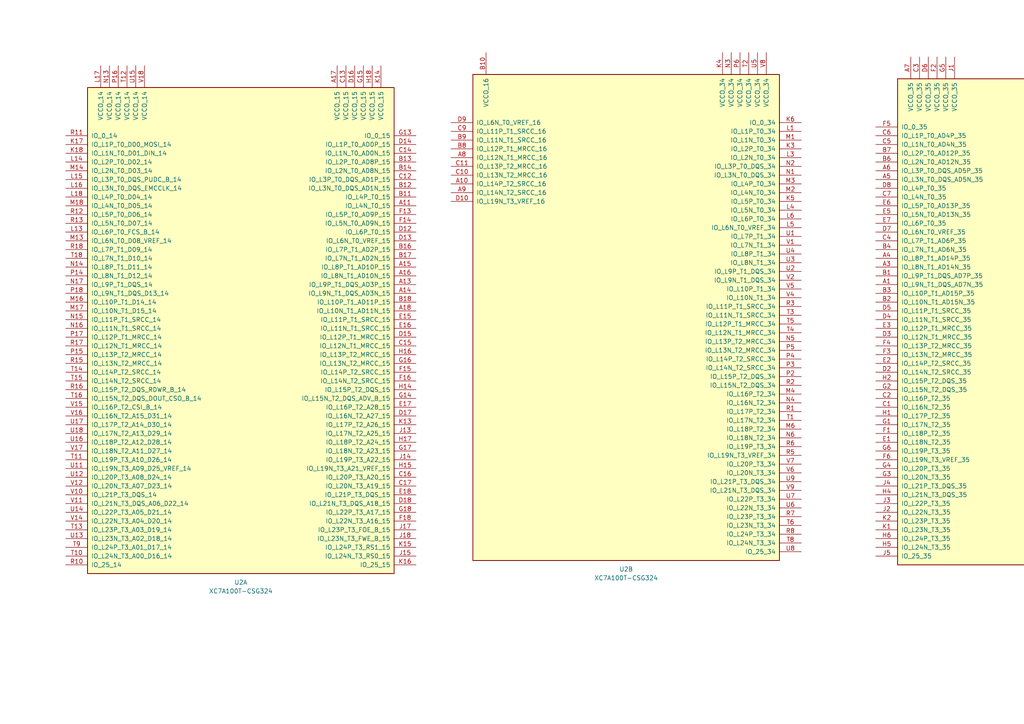
<source format=kicad_sch>
(kicad_sch (version 20231120) (generator "eeschema") (generator_version "8.0")
  (paper "A4")
  (lib_symbols
    (symbol "FPGA_Xilinx_Artix7:XC7A100T-CSG324" (pin_names (offset 1.016))
      (property "Reference" "U" (at 0 1.27 0))
      (property "Value" "XC7A100T-CSG324" (at 0 -1.27 0))
      (symbol "XC7A100T-CSG324_1_1"
        (rectangle (start -44.45 67.31) (end 44.45 -73.66) (stroke (width 0.254)) (fill (type background)))
        (pin bidirectional line (at 50.8 33.02 180) (length 6.35) (name "IO_L4N_T0_15") (number "A11"))
        (pin bidirectional line (at 50.8 10.16 180) (length 6.35) (name "IO_L9P_T1_DQS_AD3P_15") (number "A13"))
        (pin bidirectional line (at 50.8 7.62 180) (length 6.35) (name "IO_L9N_T1_DQS_AD3N_15") (number "A14"))
        (pin bidirectional line (at 50.8 15.24 180) (length 6.35) (name "IO_L8P_T1_AD10P_15") (number "A15"))
        (pin bidirectional line (at 50.8 12.7 180) (length 6.35) (name "IO_L8N_T1_AD10N_15") (number "A16"))
        (pin power_in line (at 27.94 73.66 270) (length 6.35) (name "VCCO_15") (number "A17"))
        (pin bidirectional line (at 50.8 2.54 180) (length 6.35) (name "IO_L10N_T1_AD11N_15") (number "A18"))
        (pin bidirectional line (at 50.8 35.56 180) (length 6.35) (name "IO_L4P_T0_15") (number "B11"))
        (pin bidirectional line (at 50.8 38.1 180) (length 6.35) (name "IO_L3N_T0_DQS_AD1N_15") (number "B12"))
        (pin bidirectional line (at 50.8 45.72 180) (length 6.35) (name "IO_L2P_T0_AD8P_15") (number "B13"))
        (pin bidirectional line (at 50.8 43.18 180) (length 6.35) (name "IO_L2N_T0_AD8N_15") (number "B14"))
        (pin bidirectional line (at 50.8 20.32 180) (length 6.35) (name "IO_L7P_T1_AD2P_15") (number "B16"))
        (pin bidirectional line (at 50.8 17.78 180) (length 6.35) (name "IO_L7N_T1_AD2N_15") (number "B17"))
        (pin bidirectional line (at 50.8 5.08 180) (length 6.35) (name "IO_L10P_T1_AD11P_15") (number "B18"))
        (pin bidirectional line (at 50.8 40.64 180) (length 6.35) (name "IO_L3P_T0_DQS_AD1P_15") (number "C12"))
        (pin power_in line (at 30.48 73.66 270) (length 6.35) (name "VCCO_15") (number "C13"))
        (pin bidirectional line (at 50.8 48.26 180) (length 6.35) (name "IO_L1N_T0_AD0N_15") (number "C14"))
        (pin bidirectional line (at 50.8 -7.62 180) (length 6.35) (name "IO_L12N_T1_MRCC_15") (number "C15"))
        (pin bidirectional line (at 50.8 -45.72 180) (length 6.35) (name "IO_L20P_T3_A20_15") (number "C16"))
        (pin bidirectional line (at 50.8 -48.26 180) (length 6.35) (name "IO_L20N_T3_A19_15") (number "C17"))
        (pin bidirectional line (at 50.8 25.4 180) (length 6.35) (name "IO_L6P_T0_15") (number "D12"))
        (pin bidirectional line (at 50.8 22.86 180) (length 6.35) (name "IO_L6N_T0_VREF_15") (number "D13"))
        (pin bidirectional line (at 50.8 50.8 180) (length 6.35) (name "IO_L1P_T0_AD0P_15") (number "D14"))
        (pin bidirectional line (at 50.8 -5.08 180) (length 6.35) (name "IO_L12P_T1_MRCC_15") (number "D15"))
        (pin power_in line (at 33.02 73.66 270) (length 6.35) (name "VCCO_15") (number "D16"))
        (pin bidirectional line (at 50.8 -27.94 180) (length 6.35) (name "IO_L16N_T2_A27_15") (number "D17"))
        (pin bidirectional line (at 50.8 -53.34 180) (length 6.35) (name "IO_L21N_T3_DQS_A18_15") (number "D18"))
        (pin bidirectional line (at 50.8 0 180) (length 6.35) (name "IO_L11P_T1_SRCC_15") (number "E15"))
        (pin bidirectional line (at 50.8 -2.54 180) (length 6.35) (name "IO_L11N_T1_SRCC_15") (number "E16"))
        (pin bidirectional line (at 50.8 -25.4 180) (length 6.35) (name "IO_L16P_T2_A28_15") (number "E17"))
        (pin bidirectional line (at 50.8 -50.8 180) (length 6.35) (name "IO_L21P_T3_DQS_15") (number "E18"))
        (pin bidirectional line (at 50.8 30.48 180) (length 6.35) (name "IO_L5P_T0_AD9P_15") (number "F13"))
        (pin bidirectional line (at 50.8 27.94 180) (length 6.35) (name "IO_L5N_T0_AD9N_15") (number "F14"))
        (pin bidirectional line (at 50.8 -15.24 180) (length 6.35) (name "IO_L14P_T2_SRCC_15") (number "F15"))
        (pin bidirectional line (at 50.8 -17.78 180) (length 6.35) (name "IO_L14N_T2_SRCC_15") (number "F16"))
        (pin bidirectional line (at 50.8 -58.42 180) (length 6.35) (name "IO_L22N_T3_A16_15") (number "F18"))
        (pin bidirectional line (at 50.8 53.34 180) (length 6.35) (name "IO_0_15") (number "G13"))
        (pin bidirectional line (at 50.8 -22.86 180) (length 6.35) (name "IO_L15N_T2_DQS_ADV_B_15") (number "G14"))
        (pin power_in line (at 35.56 73.66 270) (length 6.35) (name "VCCO_15") (number "G15"))
        (pin bidirectional line (at 50.8 -12.7 180) (length 6.35) (name "IO_L13N_T2_MRCC_15") (number "G16"))
        (pin bidirectional line (at 50.8 -38.1 180) (length 6.35) (name "IO_L18N_T2_A23_15") (number "G17"))
        (pin bidirectional line (at 50.8 -55.88 180) (length 6.35) (name "IO_L22P_T3_A17_15") (number "G18"))
        (pin bidirectional line (at 50.8 -20.32 180) (length 6.35) (name "IO_L15P_T2_DQS_15") (number "H14"))
        (pin bidirectional line (at 50.8 -43.18 180) (length 6.35) (name "IO_L19N_T3_A21_VREF_15") (number "H15"))
        (pin bidirectional line (at 50.8 -10.16 180) (length 6.35) (name "IO_L13P_T2_MRCC_15") (number "H16"))
        (pin bidirectional line (at 50.8 -35.56 180) (length 6.35) (name "IO_L18P_T2_A24_15") (number "H17"))
        (pin power_in line (at 38.1 73.66 270) (length 6.35) (name "VCCO_15") (number "H18"))
        (pin bidirectional line (at 50.8 -33.02 180) (length 6.35) (name "IO_L17N_T2_A25_15") (number "J13"))
        (pin bidirectional line (at 50.8 -40.64 180) (length 6.35) (name "IO_L19P_T3_A22_15") (number "J14"))
        (pin bidirectional line (at 50.8 -68.58 180) (length 6.35) (name "IO_L24N_T3_RS0_15") (number "J15"))
        (pin bidirectional line (at 50.8 -60.96 180) (length 6.35) (name "IO_L23P_T3_FOE_B_15") (number "J17"))
        (pin bidirectional line (at 50.8 -63.5 180) (length 6.35) (name "IO_L23N_T3_FWE_B_15") (number "J18"))
        (pin bidirectional line (at 50.8 -30.48 180) (length 6.35) (name "IO_L17P_T2_A26_15") (number "K13"))
        (pin power_in line (at 40.64 73.66 270) (length 6.35) (name "VCCO_15") (number "K14"))
        (pin bidirectional line (at 50.8 -66.04 180) (length 6.35) (name "IO_L24P_T3_RS1_15") (number "K15"))
        (pin bidirectional line (at 50.8 -71.12 180) (length 6.35) (name "IO_25_15") (number "K16"))
        (pin bidirectional line (at -50.8 50.8 0) (length 6.35) (name "IO_L1P_T0_D00_MOSI_14") (number "K17"))
        (pin bidirectional line (at -50.8 48.26 0) (length 6.35) (name "IO_L1N_T0_D01_DIN_14") (number "K18"))
        (pin bidirectional line (at -50.8 25.4 0) (length 6.35) (name "IO_L6P_T0_FCS_B_14") (number "L13"))
        (pin bidirectional line (at -50.8 45.72 0) (length 6.35) (name "IO_L2P_T0_D02_14") (number "L14"))
        (pin bidirectional line (at -50.8 40.64 0) (length 6.35) (name "IO_L3P_T0_DQS_PUDC_B_14") (number "L15"))
        (pin bidirectional line (at -50.8 38.1 0) (length 6.35) (name "IO_L3N_T0_DQS_EMCCLK_14") (number "L16"))
        (pin power_in line (at -40.64 73.66 270) (length 6.35) (name "VCCO_14") (number "L17"))
        (pin bidirectional line (at -50.8 35.56 0) (length 6.35) (name "IO_L4P_T0_D04_14") (number "L18"))
        (pin bidirectional line (at -50.8 22.86 0) (length 6.35) (name "IO_L6N_T0_D08_VREF_14") (number "M13"))
        (pin bidirectional line (at -50.8 43.18 0) (length 6.35) (name "IO_L2N_T0_D03_14") (number "M14"))
        (pin bidirectional line (at -50.8 5.08 0) (length 6.35) (name "IO_L10P_T1_D14_14") (number "M16"))
        (pin bidirectional line (at -50.8 2.54 0) (length 6.35) (name "IO_L10N_T1_D15_14") (number "M17"))
        (pin bidirectional line (at -50.8 33.02 0) (length 6.35) (name "IO_L4N_T0_D05_14") (number "M18"))
        (pin power_in line (at -38.1 73.66 270) (length 6.35) (name "VCCO_14") (number "N13"))
        (pin bidirectional line (at -50.8 15.24 0) (length 6.35) (name "IO_L8P_T1_D11_14") (number "N14"))
        (pin bidirectional line (at -50.8 0 0) (length 6.35) (name "IO_L11P_T1_SRCC_14") (number "N15"))
        (pin bidirectional line (at -50.8 -2.54 0) (length 6.35) (name "IO_L11N_T1_SRCC_14") (number "N16"))
        (pin bidirectional line (at -50.8 10.16 0) (length 6.35) (name "IO_L9P_T1_DQS_14") (number "N17"))
        (pin bidirectional line (at -50.8 12.7 0) (length 6.35) (name "IO_L8N_T1_D12_14") (number "P14"))
        (pin bidirectional line (at -50.8 -10.16 0) (length 6.35) (name "IO_L13P_T2_MRCC_14") (number "P15"))
        (pin power_in line (at -35.56 73.66 270) (length 6.35) (name "VCCO_14") (number "P16"))
        (pin bidirectional line (at -50.8 -5.08 0) (length 6.35) (name "IO_L12P_T1_MRCC_14") (number "P17"))
        (pin bidirectional line (at -50.8 7.62 0) (length 6.35) (name "IO_L9N_T1_DQS_D13_14") (number "P18"))
        (pin bidirectional line (at -50.8 -71.12 0) (length 6.35) (name "IO_25_14") (number "R10"))
        (pin bidirectional line (at -50.8 53.34 0) (length 6.35) (name "IO_0_14") (number "R11"))
        (pin bidirectional line (at -50.8 30.48 0) (length 6.35) (name "IO_L5P_T0_D06_14") (number "R12"))
        (pin bidirectional line (at -50.8 27.94 0) (length 6.35) (name "IO_L5N_T0_D07_14") (number "R13"))
        (pin bidirectional line (at -50.8 -12.7 0) (length 6.35) (name "IO_L13N_T2_MRCC_14") (number "R15"))
        (pin bidirectional line (at -50.8 -20.32 0) (length 6.35) (name "IO_L15P_T2_DQS_RDWR_B_14") (number "R16"))
        (pin bidirectional line (at -50.8 -7.62 0) (length 6.35) (name "IO_L12N_T1_MRCC_14") (number "R17"))
        (pin bidirectional line (at -50.8 20.32 0) (length 6.35) (name "IO_L7P_T1_D09_14") (number "R18"))
        (pin bidirectional line (at -50.8 -68.58 0) (length 6.35) (name "IO_L24N_T3_A00_D16_14") (number "T10"))
        (pin bidirectional line (at -50.8 -40.64 0) (length 6.35) (name "IO_L19P_T3_A10_D26_14") (number "T11"))
        (pin power_in line (at -33.02 73.66 270) (length 6.35) (name "VCCO_14") (number "T12"))
        (pin bidirectional line (at -50.8 -60.96 0) (length 6.35) (name "IO_L23P_T3_A03_D19_14") (number "T13"))
        (pin bidirectional line (at -50.8 -15.24 0) (length 6.35) (name "IO_L14P_T2_SRCC_14") (number "T14"))
        (pin bidirectional line (at -50.8 -17.78 0) (length 6.35) (name "IO_L14N_T2_SRCC_14") (number "T15"))
        (pin bidirectional line (at -50.8 -22.86 0) (length 6.35) (name "IO_L15N_T2_DQS_DOUT_CSO_B_14") (number "T16"))
        (pin bidirectional line (at -50.8 17.78 0) (length 6.35) (name "IO_L7N_T1_D10_14") (number "T18"))
        (pin bidirectional line (at -50.8 -66.04 0) (length 6.35) (name "IO_L24P_T3_A01_D17_14") (number "T9"))
        (pin bidirectional line (at -50.8 -43.18 0) (length 6.35) (name "IO_L19N_T3_A09_D25_VREF_14") (number "U11"))
        (pin bidirectional line (at -50.8 -45.72 0) (length 6.35) (name "IO_L20P_T3_A08_D24_14") (number "U12"))
        (pin bidirectional line (at -50.8 -63.5 0) (length 6.35) (name "IO_L23N_T3_A02_D18_14") (number "U13"))
        (pin bidirectional line (at -50.8 -55.88 0) (length 6.35) (name "IO_L22P_T3_A05_D21_14") (number "U14"))
        (pin power_in line (at -30.48 73.66 270) (length 6.35) (name "VCCO_14") (number "U15"))
        (pin bidirectional line (at -50.8 -35.56 0) (length 6.35) (name "IO_L18P_T2_A12_D28_14") (number "U16"))
        (pin bidirectional line (at -50.8 -30.48 0) (length 6.35) (name "IO_L17P_T2_A14_D30_14") (number "U17"))
        (pin bidirectional line (at -50.8 -33.02 0) (length 6.35) (name "IO_L17N_T2_A13_D29_14") (number "U18"))
        (pin bidirectional line (at -50.8 -50.8 0) (length 6.35) (name "IO_L21P_T3_DQS_14") (number "V10"))
        (pin bidirectional line (at -50.8 -53.34 0) (length 6.35) (name "IO_L21N_T3_DQS_A06_D22_14") (number "V11"))
        (pin bidirectional line (at -50.8 -48.26 0) (length 6.35) (name "IO_L20N_T3_A07_D23_14") (number "V12"))
        (pin bidirectional line (at -50.8 -58.42 0) (length 6.35) (name "IO_L22N_T3_A04_D20_14") (number "V14"))
        (pin bidirectional line (at -50.8 -25.4 0) (length 6.35) (name "IO_L16P_T2_CSI_B_14") (number "V15"))
        (pin bidirectional line (at -50.8 -27.94 0) (length 6.35) (name "IO_L16N_T2_A15_D31_14") (number "V16"))
        (pin bidirectional line (at -50.8 -38.1 0) (length 6.35) (name "IO_L18N_T2_A11_D27_14") (number "V17"))
        (pin power_in line (at -27.94 73.66 270) (length 6.35) (name "VCCO_14") (number "V18"))
      )
      (symbol "XC7A100T-CSG324_2_1"
        (rectangle (start -44.45 67.31) (end 44.45 -73.66) (stroke (width 0.254)) (fill (type background)))
        (pin bidirectional line (at -50.8 35.56 0) (length 6.35) (name "IO_L14P_T2_SRCC_16") (number "A10"))
        (pin bidirectional line (at -50.8 43.18 0) (length 6.35) (name "IO_L12N_T1_MRCC_16") (number "A8"))
        (pin bidirectional line (at -50.8 33.02 0) (length 6.35) (name "IO_L14N_T2_SRCC_16") (number "A9"))
        (pin power_in line (at -40.64 73.66 270) (length 6.35) (name "VCCO_16") (number "B10"))
        (pin bidirectional line (at -50.8 45.72 0) (length 6.35) (name "IO_L12P_T1_MRCC_16") (number "B8"))
        (pin bidirectional line (at -50.8 48.26 0) (length 6.35) (name "IO_L11N_T1_SRCC_16") (number "B9"))
        (pin bidirectional line (at -50.8 38.1 0) (length 6.35) (name "IO_L13N_T2_MRCC_16") (number "C10"))
        (pin bidirectional line (at -50.8 40.64 0) (length 6.35) (name "IO_L13P_T2_MRCC_16") (number "C11"))
        (pin bidirectional line (at -50.8 50.8 0) (length 6.35) (name "IO_L11P_T1_SRCC_16") (number "C9"))
        (pin bidirectional line (at -50.8 30.48 0) (length 6.35) (name "IO_L19N_T3_VREF_16") (number "D10"))
        (pin bidirectional line (at -50.8 53.34 0) (length 6.35) (name "IO_L6N_T0_VREF_16") (number "D9"))
        (pin bidirectional line (at 50.8 45.72 180) (length 6.35) (name "IO_L2P_T0_34") (number "K3"))
        (pin power_in line (at 27.94 73.66 270) (length 6.35) (name "VCCO_34") (number "K4"))
        (pin bidirectional line (at 50.8 30.48 180) (length 6.35) (name "IO_L5P_T0_34") (number "K5"))
        (pin bidirectional line (at 50.8 53.34 180) (length 6.35) (name "IO_0_34") (number "K6"))
        (pin bidirectional line (at 50.8 50.8 180) (length 6.35) (name "IO_L1P_T0_34") (number "L1"))
        (pin bidirectional line (at 50.8 43.18 180) (length 6.35) (name "IO_L2N_T0_34") (number "L3"))
        (pin bidirectional line (at 50.8 27.94 180) (length 6.35) (name "IO_L5N_T0_34") (number "L4"))
        (pin bidirectional line (at 50.8 22.86 180) (length 6.35) (name "IO_L6N_T0_VREF_34") (number "L5"))
        (pin bidirectional line (at 50.8 25.4 180) (length 6.35) (name "IO_L6P_T0_34") (number "L6"))
        (pin bidirectional line (at 50.8 48.26 180) (length 6.35) (name "IO_L1N_T0_34") (number "M1"))
        (pin bidirectional line (at 50.8 33.02 180) (length 6.35) (name "IO_L4N_T0_34") (number "M2"))
        (pin bidirectional line (at 50.8 35.56 180) (length 6.35) (name "IO_L4P_T0_34") (number "M3"))
        (pin bidirectional line (at 50.8 -25.4 180) (length 6.35) (name "IO_L16P_T2_34") (number "M4"))
        (pin bidirectional line (at 50.8 -35.56 180) (length 6.35) (name "IO_L18P_T2_34") (number "M6"))
        (pin bidirectional line (at 50.8 38.1 180) (length 6.35) (name "IO_L3N_T0_DQS_34") (number "N1"))
        (pin bidirectional line (at 50.8 40.64 180) (length 6.35) (name "IO_L3P_T0_DQS_34") (number "N2"))
        (pin power_in line (at 30.48 73.66 270) (length 6.35) (name "VCCO_34") (number "N3"))
        (pin bidirectional line (at 50.8 -27.94 180) (length 6.35) (name "IO_L16N_T2_34") (number "N4"))
        (pin bidirectional line (at 50.8 -10.16 180) (length 6.35) (name "IO_L13P_T2_MRCC_34") (number "N5"))
        (pin bidirectional line (at 50.8 -38.1 180) (length 6.35) (name "IO_L18N_T2_34") (number "N6"))
        (pin bidirectional line (at 50.8 -20.32 180) (length 6.35) (name "IO_L15P_T2_DQS_34") (number "P2"))
        (pin bidirectional line (at 50.8 -17.78 180) (length 6.35) (name "IO_L14N_T2_SRCC_34") (number "P3"))
        (pin bidirectional line (at 50.8 -15.24 180) (length 6.35) (name "IO_L14P_T2_SRCC_34") (number "P4"))
        (pin bidirectional line (at 50.8 -12.7 180) (length 6.35) (name "IO_L13N_T2_MRCC_34") (number "P5"))
        (pin power_in line (at 33.02 73.66 270) (length 6.35) (name "VCCO_34") (number "P6"))
        (pin bidirectional line (at 50.8 -30.48 180) (length 6.35) (name "IO_L17P_T2_34") (number "R1"))
        (pin bidirectional line (at 50.8 -22.86 180) (length 6.35) (name "IO_L15N_T2_DQS_34") (number "R2"))
        (pin bidirectional line (at 50.8 0 180) (length 6.35) (name "IO_L11P_T1_SRCC_34") (number "R3"))
        (pin bidirectional line (at 50.8 -43.18 180) (length 6.35) (name "IO_L19N_T3_VREF_34") (number "R5"))
        (pin bidirectional line (at 50.8 -40.64 180) (length 6.35) (name "IO_L19P_T3_34") (number "R6"))
        (pin bidirectional line (at 50.8 -60.96 180) (length 6.35) (name "IO_L23P_T3_34") (number "R7"))
        (pin bidirectional line (at 50.8 -66.04 180) (length 6.35) (name "IO_L24P_T3_34") (number "R8"))
        (pin bidirectional line (at 50.8 -33.02 180) (length 6.35) (name "IO_L17N_T2_34") (number "T1"))
        (pin power_in line (at 35.56 73.66 270) (length 6.35) (name "VCCO_34") (number "T2"))
        (pin bidirectional line (at 50.8 -2.54 180) (length 6.35) (name "IO_L11N_T1_SRCC_34") (number "T3"))
        (pin bidirectional line (at 50.8 -7.62 180) (length 6.35) (name "IO_L12N_T1_MRCC_34") (number "T4"))
        (pin bidirectional line (at 50.8 -5.08 180) (length 6.35) (name "IO_L12P_T1_MRCC_34") (number "T5"))
        (pin bidirectional line (at 50.8 -63.5 180) (length 6.35) (name "IO_L23N_T3_34") (number "T6"))
        (pin bidirectional line (at 50.8 -68.58 180) (length 6.35) (name "IO_L24N_T3_34") (number "T8"))
        (pin bidirectional line (at 50.8 20.32 180) (length 6.35) (name "IO_L7P_T1_34") (number "U1"))
        (pin bidirectional line (at 50.8 10.16 180) (length 6.35) (name "IO_L9P_T1_DQS_34") (number "U2"))
        (pin bidirectional line (at 50.8 12.7 180) (length 6.35) (name "IO_L8N_T1_34") (number "U3"))
        (pin bidirectional line (at 50.8 15.24 180) (length 6.35) (name "IO_L8P_T1_34") (number "U4"))
        (pin power_in line (at 38.1 73.66 270) (length 6.35) (name "VCCO_34") (number "U5"))
        (pin bidirectional line (at 50.8 -58.42 180) (length 6.35) (name "IO_L22N_T3_34") (number "U6"))
        (pin bidirectional line (at 50.8 -55.88 180) (length 6.35) (name "IO_L22P_T3_34") (number "U7"))
        (pin bidirectional line (at 50.8 -71.12 180) (length 6.35) (name "IO_25_34") (number "U8"))
        (pin bidirectional line (at 50.8 -50.8 180) (length 6.35) (name "IO_L21P_T3_DQS_34") (number "U9"))
        (pin bidirectional line (at 50.8 17.78 180) (length 6.35) (name "IO_L7N_T1_34") (number "V1"))
        (pin bidirectional line (at 50.8 7.62 180) (length 6.35) (name "IO_L9N_T1_DQS_34") (number "V2"))
        (pin bidirectional line (at 50.8 2.54 180) (length 6.35) (name "IO_L10N_T1_34") (number "V4"))
        (pin bidirectional line (at 50.8 5.08 180) (length 6.35) (name "IO_L10P_T1_34") (number "V5"))
        (pin bidirectional line (at 50.8 -48.26 180) (length 6.35) (name "IO_L20N_T3_34") (number "V6"))
        (pin bidirectional line (at 50.8 -45.72 180) (length 6.35) (name "IO_L20P_T3_34") (number "V7"))
        (pin power_in line (at 40.64 73.66 270) (length 6.35) (name "VCCO_34") (number "V8"))
        (pin bidirectional line (at 50.8 -53.34 180) (length 6.35) (name "IO_L21N_T3_DQS_34") (number "V9"))
      )
      (symbol "XC7A100T-CSG324_3_1"
        (rectangle (start -44.45 67.31) (end 44.45 -73.66) (stroke (width 0.254)) (fill (type background)))
        (pin bidirectional line (at -50.8 7.62 0) (length 6.35) (name "IO_L9N_T1_DQS_AD7N_35") (number "A1"))
        (pin bidirectional line (at -50.8 12.7 0) (length 6.35) (name "IO_L8N_T1_AD14N_35") (number "A3"))
        (pin bidirectional line (at -50.8 15.24 0) (length 6.35) (name "IO_L8P_T1_AD14P_35") (number "A4"))
        (pin bidirectional line (at -50.8 38.1 0) (length 6.35) (name "IO_L3N_T0_DQS_AD5N_35") (number "A5"))
        (pin bidirectional line (at -50.8 40.64 0) (length 6.35) (name "IO_L3P_T0_DQS_AD5P_35") (number "A6"))
        (pin power_in line (at -40.64 73.66 270) (length 6.35) (name "VCCO_35") (number "A7"))
        (pin bidirectional line (at -50.8 10.16 0) (length 6.35) (name "IO_L9P_T1_DQS_AD7P_35") (number "B1"))
        (pin bidirectional line (at -50.8 2.54 0) (length 6.35) (name "IO_L10N_T1_AD15N_35") (number "B2"))
        (pin bidirectional line (at -50.8 5.08 0) (length 6.35) (name "IO_L10P_T1_AD15P_35") (number "B3"))
        (pin bidirectional line (at -50.8 17.78 0) (length 6.35) (name "IO_L7N_T1_AD6N_35") (number "B4"))
        (pin bidirectional line (at -50.8 43.18 0) (length 6.35) (name "IO_L2N_T0_AD12N_35") (number "B6"))
        (pin bidirectional line (at -50.8 45.72 0) (length 6.35) (name "IO_L2P_T0_AD12P_35") (number "B7"))
        (pin bidirectional line (at -50.8 -27.94 0) (length 6.35) (name "IO_L16N_T2_35") (number "C1"))
        (pin bidirectional line (at -50.8 -25.4 0) (length 6.35) (name "IO_L16P_T2_35") (number "C2"))
        (pin power_in line (at -38.1 73.66 270) (length 6.35) (name "VCCO_35") (number "C3"))
        (pin bidirectional line (at -50.8 20.32 0) (length 6.35) (name "IO_L7P_T1_AD6P_35") (number "C4"))
        (pin bidirectional line (at -50.8 48.26 0) (length 6.35) (name "IO_L1N_T0_AD4N_35") (number "C5"))
        (pin bidirectional line (at -50.8 50.8 0) (length 6.35) (name "IO_L1P_T0_AD4P_35") (number "C6"))
        (pin bidirectional line (at -50.8 33.02 0) (length 6.35) (name "IO_L4N_T0_35") (number "C7"))
        (pin bidirectional line (at -50.8 -17.78 0) (length 6.35) (name "IO_L14N_T2_SRCC_35") (number "D2"))
        (pin bidirectional line (at -50.8 -7.62 0) (length 6.35) (name "IO_L12N_T1_MRCC_35") (number "D3"))
        (pin bidirectional line (at -50.8 -2.54 0) (length 6.35) (name "IO_L11N_T1_SRCC_35") (number "D4"))
        (pin bidirectional line (at -50.8 0 0) (length 6.35) (name "IO_L11P_T1_SRCC_35") (number "D5"))
        (pin power_in line (at -35.56 73.66 270) (length 6.35) (name "VCCO_35") (number "D6"))
        (pin bidirectional line (at -50.8 22.86 0) (length 6.35) (name "IO_L6N_T0_VREF_35") (number "D7"))
        (pin bidirectional line (at -50.8 35.56 0) (length 6.35) (name "IO_L4P_T0_35") (number "D8"))
        (pin bidirectional line (at -50.8 -38.1 0) (length 6.35) (name "IO_L18N_T2_35") (number "E1"))
        (pin bidirectional line (at -50.8 -15.24 0) (length 6.35) (name "IO_L14P_T2_SRCC_35") (number "E2"))
        (pin bidirectional line (at -50.8 -5.08 0) (length 6.35) (name "IO_L12P_T1_MRCC_35") (number "E3"))
        (pin bidirectional line (at -50.8 27.94 0) (length 6.35) (name "IO_L5N_T0_AD13N_35") (number "E5"))
        (pin bidirectional line (at -50.8 30.48 0) (length 6.35) (name "IO_L5P_T0_AD13P_35") (number "E6"))
        (pin bidirectional line (at -50.8 25.4 0) (length 6.35) (name "IO_L6P_T0_35") (number "E7"))
        (pin bidirectional line (at -50.8 -35.56 0) (length 6.35) (name "IO_L18P_T2_35") (number "F1"))
        (pin power_in line (at -33.02 73.66 270) (length 6.35) (name "VCCO_35") (number "F2"))
        (pin bidirectional line (at -50.8 -12.7 0) (length 6.35) (name "IO_L13N_T2_MRCC_35") (number "F3"))
        (pin bidirectional line (at -50.8 -10.16 0) (length 6.35) (name "IO_L13P_T2_MRCC_35") (number "F4"))
        (pin bidirectional line (at -50.8 53.34 0) (length 6.35) (name "IO_0_35") (number "F5"))
        (pin bidirectional line (at -50.8 -43.18 0) (length 6.35) (name "IO_L19N_T3_VREF_35") (number "F6"))
        (pin bidirectional line (at -50.8 -33.02 0) (length 6.35) (name "IO_L17N_T2_35") (number "G1"))
        (pin bidirectional line (at -50.8 -22.86 0) (length 6.35) (name "IO_L15N_T2_DQS_35") (number "G2"))
        (pin bidirectional line (at -50.8 -48.26 0) (length 6.35) (name "IO_L20N_T3_35") (number "G3"))
        (pin bidirectional line (at -50.8 -45.72 0) (length 6.35) (name "IO_L20P_T3_35") (number "G4"))
        (pin power_in line (at -30.48 73.66 270) (length 6.35) (name "VCCO_35") (number "G5"))
        (pin bidirectional line (at -50.8 -40.64 0) (length 6.35) (name "IO_L19P_T3_35") (number "G6"))
        (pin bidirectional line (at -50.8 -30.48 0) (length 6.35) (name "IO_L17P_T2_35") (number "H1"))
        (pin bidirectional line (at -50.8 -20.32 0) (length 6.35) (name "IO_L15P_T2_DQS_35") (number "H2"))
        (pin bidirectional line (at -50.8 -53.34 0) (length 6.35) (name "IO_L21N_T3_DQS_35") (number "H4"))
        (pin bidirectional line (at -50.8 -68.58 0) (length 6.35) (name "IO_L24N_T3_35") (number "H5"))
        (pin bidirectional line (at -50.8 -66.04 0) (length 6.35) (name "IO_L24P_T3_35") (number "H6"))
        (pin power_in line (at -27.94 73.66 270) (length 6.35) (name "VCCO_35") (number "J1"))
        (pin bidirectional line (at -50.8 -58.42 0) (length 6.35) (name "IO_L22N_T3_35") (number "J2"))
        (pin bidirectional line (at -50.8 -55.88 0) (length 6.35) (name "IO_L22P_T3_35") (number "J3"))
        (pin bidirectional line (at -50.8 -50.8 0) (length 6.35) (name "IO_L21P_T3_DQS_35") (number "J4"))
        (pin bidirectional line (at -50.8 -71.12 0) (length 6.35) (name "IO_25_35") (number "J5"))
        (pin bidirectional line (at -50.8 -63.5 0) (length 6.35) (name "IO_L23N_T3_35") (number "K1"))
        (pin bidirectional line (at -50.8 -60.96 0) (length 6.35) (name "IO_L23P_T3_35") (number "K2"))
      )
      (symbol "XC7A100T-CSG324_4_1"
        (rectangle (start -31.75 34.29) (end 31.75 -40.64) (stroke (width 0.254)) (fill (type background)))
        (pin bidirectional line (at 38.1 12.7 180) (length 6.35) (name "TCK_0") (number "E10"))
        (pin bidirectional line (at 38.1 20.32 180) (length 6.35) (name "TDI_0") (number "E11"))
        (pin bidirectional line (at 38.1 15.24 180) (length 6.35) (name "TMS_0") (number "E12"))
        (pin bidirectional line (at 38.1 17.78 180) (length 6.35) (name "TDO_0") (number "E13"))
        (pin bidirectional line (at 38.1 7.62 180) (length 6.35) (name "CCLK_0") (number "E9"))
        (pin bidirectional line (at 38.1 -20.32 180) (length 6.35) (name "VP_0") (number "J10"))
        (pin bidirectional line (at 38.1 -30.48 180) (length 6.35) (name "VREFN_0") (number "J9"))
        (pin bidirectional line (at 38.1 -27.94 180) (length 6.35) (name "VREFP_0") (number "K10"))
        (pin bidirectional line (at 38.1 -22.86 180) (length 6.35) (name "VN_0") (number "K9"))
        (pin bidirectional line (at 38.1 -35.56 180) (length 6.35) (name "DXP_0") (number "L10"))
        (pin bidirectional line (at 38.1 -38.1 180) (length 6.35) (name "DXN_0") (number "L9"))
        (pin bidirectional line (at 38.1 -5.08 180) (length 6.35) (name "DONE_0") (number "P10"))
        (pin bidirectional line (at 38.1 0 180) (length 6.35) (name "M2_0") (number "P11"))
        (pin bidirectional line (at 38.1 5.08 180) (length 6.35) (name "M0_0") (number "P12"))
        (pin bidirectional line (at 38.1 2.54 180) (length 6.35) (name "M1_0") (number "P13"))
        (pin bidirectional line (at 38.1 -7.62 180) (length 6.35) (name "INIT_B_0") (number "P7"))
        (pin bidirectional line (at 38.1 -15.24 180) (length 6.35) (name "CFGBVS_0") (number "P8"))
        (pin bidirectional line (at 38.1 -10.16 180) (length 6.35) (name "PROGRAM_B_0") (number "P9"))
        (pin power_in line (at 27.94 40.64 270) (length 6.35) (name "VCCO_0") (number "R9"))
      )
      (symbol "XC7A100T-CSG324_5_1"
        (rectangle (start -19.05 50.8) (end 19.05 -50.8) (stroke (width 0.254)) (fill (type background)))
        (pin power_in line (at -25.4 7.62 0) (length 6.35) (name "GND") (number "A12"))
        (pin power_in line (at -25.4 10.16 0) (length 6.35) (name "GND") (number "A2"))
        (pin power_in line (at -25.4 2.54 0) (length 6.35) (name "GND") (number "B15"))
        (pin power_in line (at -25.4 5.08 0) (length 6.35) (name "GND") (number "B5"))
        (pin power_in line (at -25.4 -2.54 0) (length 6.35) (name "GND") (number "C18"))
        (pin power_in line (at -25.4 0 0) (length 6.35) (name "GND") (number "C8"))
        (pin power_in line (at -25.4 -5.08 0) (length 6.35) (name "GND") (number "D1"))
        (pin power_in line (at -25.4 -7.62 0) (length 6.35) (name "GND") (number "D11"))
        (pin power_in line (at -25.4 -12.7 0) (length 6.35) (name "GND") (number "E14"))
        (pin power_in line (at -25.4 -10.16 0) (length 6.35) (name "GND") (number "E4"))
        (pin power_in line (at -25.4 30.48 0) (length 6.35) (name "VCCBATT_0") (number "E8"))
        (pin power_in line (at -25.4 27.94 0) (length 6.35) (name "VCCBRAM") (number "F10"))
        (pin power_in line (at -25.4 -20.32 0) (length 6.35) (name "GND") (number "F11"))
        (pin power_in line (at -25.4 48.26 0) (length 6.35) (name "VCCAUX") (number "F12"))
        (pin power_in line (at -25.4 -22.86 0) (length 6.35) (name "GND") (number "F17"))
        (pin power_in line (at -25.4 -15.24 0) (length 6.35) (name "GND") (number "F7"))
        (pin power_in line (at 25.4 48.26 180) (length 6.35) (name "VCCINT") (number "F8"))
        (pin power_in line (at -25.4 -17.78 0) (length 6.35) (name "GND") (number "F9"))
        (pin power_in line (at -25.4 -27.94 0) (length 6.35) (name "GND") (number "G10"))
        (pin power_in line (at -25.4 25.4 0) (length 6.35) (name "VCCBRAM") (number "G11"))
        (pin power_in line (at -25.4 -30.48 0) (length 6.35) (name "GND") (number "G12"))
        (pin power_in line (at 25.4 45.72 180) (length 6.35) (name "VCCINT") (number "G7"))
        (pin power_in line (at -25.4 -25.4 0) (length 6.35) (name "GND") (number "G8"))
        (pin power_in line (at 25.4 43.18 180) (length 6.35) (name "VCCINT") (number "G9"))
        (pin power_in line (at -25.4 33.02 0) (length 6.35) (name "VCCADC_0") (number "H10"))
        (pin power_in line (at -25.4 -38.1 0) (length 6.35) (name "GND") (number "H11"))
        (pin power_in line (at -25.4 45.72 0) (length 6.35) (name "VCCAUX") (number "H12"))
        (pin power_in line (at -25.4 -40.64 0) (length 6.35) (name "GND") (number "H13"))
        (pin power_in line (at -25.4 -33.02 0) (length 6.35) (name "GND") (number "H3"))
        (pin power_in line (at -25.4 -35.56 0) (length 6.35) (name "GND") (number "H7"))
        (pin power_in line (at 25.4 40.64 180) (length 6.35) (name "VCCINT") (number "H8"))
        (pin power_in line (at -25.4 35.56 0) (length 6.35) (name "GNDADC_0") (number "H9"))
        (pin power_in line (at 25.4 35.56 180) (length 6.35) (name "VCCINT") (number "J11"))
        (pin power_in line (at -25.4 -48.26 0) (length 6.35) (name "GND") (number "J12"))
        (pin power_in line (at 25.4 7.62 180) (length 6.35) (name "GND") (number "J16"))
        (pin power_in line (at -25.4 -43.18 0) (length 6.35) (name "GND") (number "J6"))
        (pin power_in line (at 25.4 38.1 180) (length 6.35) (name "VCCINT") (number "J7"))
        (pin power_in line (at -25.4 -45.72 0) (length 6.35) (name "GND") (number "J8"))
        (pin power_in line (at 25.4 2.54 180) (length 6.35) (name "GND") (number "K11"))
        (pin power_in line (at -25.4 43.18 0) (length 6.35) (name "VCCAUX") (number "K12"))
        (pin power_in line (at 25.4 5.08 180) (length 6.35) (name "GND") (number "K7"))
        (pin power_in line (at 25.4 33.02 180) (length 6.35) (name "VCCINT") (number "K8"))
        (pin power_in line (at 25.4 27.94 180) (length 6.35) (name "VCCINT") (number "L11"))
        (pin power_in line (at 25.4 -5.08 180) (length 6.35) (name "GND") (number "L12"))
        (pin power_in line (at 25.4 0 180) (length 6.35) (name "GND") (number "L2"))
        (pin power_in line (at 25.4 30.48 180) (length 6.35) (name "VCCINT") (number "L7"))
        (pin power_in line (at 25.4 -2.54 180) (length 6.35) (name "GND") (number "L8"))
        (pin power_in line (at 25.4 22.86 180) (length 6.35) (name "VCCINT") (number "M10"))
        (pin power_in line (at 25.4 -15.24 180) (length 6.35) (name "GND") (number "M11"))
        (pin power_in line (at -25.4 40.64 0) (length 6.35) (name "VCCAUX") (number "M12"))
        (pin power_in line (at 25.4 -17.78 180) (length 6.35) (name "GND") (number "M15"))
        (pin power_in line (at 25.4 -7.62 180) (length 6.35) (name "GND") (number "M5"))
        (pin power_in line (at 25.4 -10.16 180) (length 6.35) (name "GND") (number "M7"))
        (pin power_in line (at 25.4 25.4 180) (length 6.35) (name "VCCINT") (number "M8"))
        (pin power_in line (at 25.4 -12.7 180) (length 6.35) (name "GND") (number "M9"))
        (pin power_in line (at 25.4 -22.86 180) (length 6.35) (name "GND") (number "N10"))
        (pin power_in line (at 25.4 15.24 180) (length 6.35) (name "VCCINT") (number "N11"))
        (pin power_in line (at 25.4 -25.4 180) (length 6.35) (name "GND") (number "N12"))
        (pin power_in line (at 25.4 -27.94 180) (length 6.35) (name "GND") (number "N18"))
        (pin power_in line (at 25.4 20.32 180) (length 6.35) (name "VCCINT") (number "N7"))
        (pin power_in line (at 25.4 -20.32 180) (length 6.35) (name "GND") (number "N8"))
        (pin power_in line (at 25.4 17.78 180) (length 6.35) (name "VCCINT") (number "N9"))
        (pin power_in line (at 25.4 -30.48 180) (length 6.35) (name "GND") (number "P1"))
        (pin power_in line (at 25.4 -35.56 180) (length 6.35) (name "GND") (number "R14"))
        (pin power_in line (at 25.4 -33.02 180) (length 6.35) (name "GND") (number "R4"))
        (pin power_in line (at 25.4 -40.64 180) (length 6.35) (name "GND") (number "T17"))
        (pin power_in line (at 25.4 -38.1 180) (length 6.35) (name "GND") (number "T7"))
        (pin power_in line (at 25.4 -43.18 180) (length 6.35) (name "GND") (number "U10"))
        (pin power_in line (at 25.4 -48.26 180) (length 6.35) (name "GND") (number "V13"))
        (pin power_in line (at 25.4 -45.72 180) (length 6.35) (name "GND") (number "V3"))
      )
    )
  )
  (symbol (lib_id "FPGA_Xilinx_Artix7:XC7A100T-CSG324") (at 304.8 90.17 0) (unit 3)
    (property "Reference" "U2" (at 350.52 92.0749 0) (effects (justify left)))
    (property "Value" "XC7A100T-CSG324" (at 350.52 94.6149 0) (effects (justify left)))
    (property "Description" "Artix 7 T 100 XC7A100T-CSG324" (effects (hide yes)))
  )
  (symbol (lib_id "FPGA_Xilinx_Artix7:XC7A100T-CSG324") (at 130.81 -68.58 0) (unit 5)
    (property "Reference" "U2" (at 130.81 -123.19 0))
    (property "Value" "XC7A100T-CSG324" (at 130.81 -120.65 0))
    (property "Description" "Artix 7 T 100 XC7A100T-CSG324" (effects (hide yes)))
  )
  (symbol (lib_id "FPGA_Xilinx_Artix7:XC7A100T-CSG324") (at 45.72 -63.5 0) (unit 4)
    (property "Reference" "U2" (at 12.7 -61.5951 0) (effects (justify right)))
    (property "Value" "XC7A100T-CSG324" (at 12.7 -59.0551 0) (effects (justify right)))
    (property "Description" "Artix 7 T 100 XC7A100T-CSG324" (effects (hide yes)))
  )
  (symbol (lib_id "FPGA_Xilinx_Artix7:XC7A100T-CSG324") (at 181.61 88.9 0) (unit 2)
    (property "Reference" "U2" (at 181.61 165.1 0))
    (property "Value" "XC7A100T-CSG324" (at 181.61 167.64 0))
    (property "Description" "Artix 7 T 100 XC7A100T-CSG324" (effects (hide yes)))
  )
  (symbol (lib_id "FPGA_Xilinx_Artix7:XC7A100T-CSG324") (at 69.85 92.71 0) (unit 1)
    (property "Reference" "U2" (at 69.85 168.91 0))
    (property "Value" "XC7A100T-CSG324" (at 69.85 171.45 0))
    (property "Description" "Artix 7 T 100 XC7A100T-CSG324" (effects (hide yes)))
  )
)
</source>
